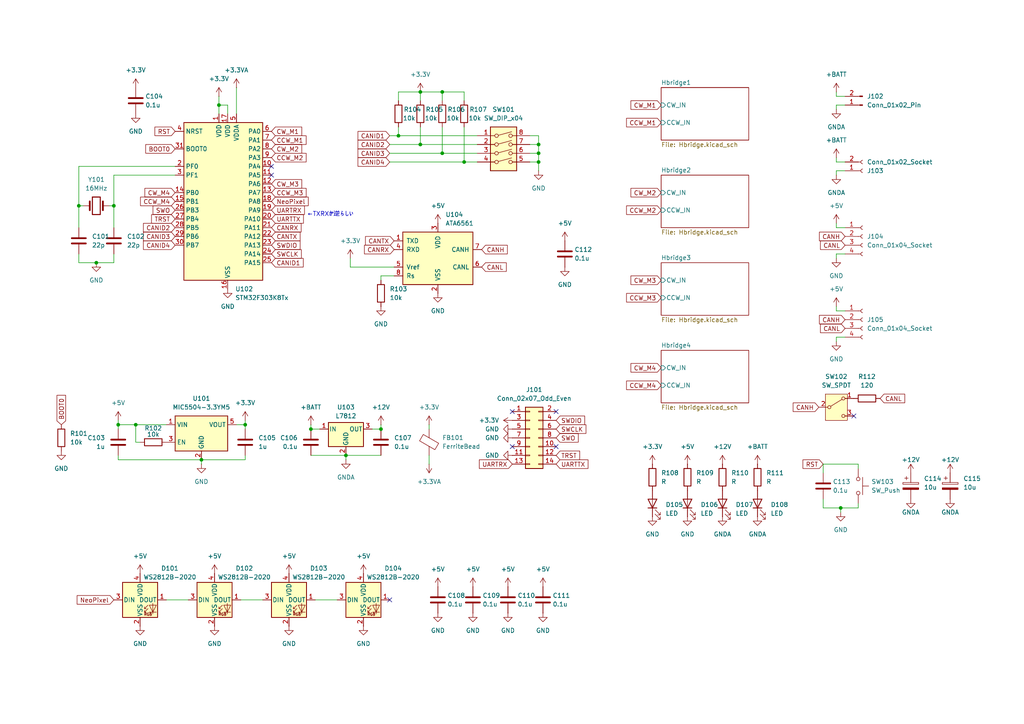
<source format=kicad_sch>
(kicad_sch (version 20231120) (generator "eeschema") (generator_version "8.0")
  (paper "A4")
  (lib_symbols
    (symbol "Connector:Conn_01x02_Pin" (pin_names (offset 1.016) hide)
      (property "Reference" "J" (at 0 2.54 0))
      (property "Value" "Conn_01x02_Pin" (at 0 -5.08 0))
      (symbol "Conn_01x02_Pin_1_1"
        (pin passive line (at 5.08 0 180) (length 3.81) (name "Pin_1") (number "1"))
        (pin passive line (at 5.08 -2.54 180) (length 3.81) (name "Pin_2") (number "2"))
      )
    )
    (symbol "Connector:Conn_01x02_Socket" (pin_names (offset 1.016) hide)
      (property "Reference" "J" (at 0 2.54 0))
      (property "Value" "Conn_01x02_Socket" (at 0 -5.08 0))
      (symbol "Conn_01x02_Socket_1_1"
        (pin passive line (at -5.08 0 0) (length 3.81) (name "Pin_1") (number "1"))
        (pin passive line (at -5.08 -2.54 0) (length 3.81) (name "Pin_2") (number "2"))
      )
    )
    (symbol "Connector:Conn_01x04_Socket" (pin_names (offset 1.016) hide)
      (property "Reference" "J" (at 0 5.08 0))
      (property "Value" "Conn_01x04_Socket" (at 0 -7.62 0))
      (symbol "Conn_01x04_Socket_1_1"
        (pin passive line (at -5.08 2.54 0) (length 3.81) (name "Pin_1") (number "1"))
        (pin passive line (at -5.08 0 0) (length 3.81) (name "Pin_2") (number "2"))
        (pin passive line (at -5.08 -2.54 0) (length 3.81) (name "Pin_3") (number "3"))
        (pin passive line (at -5.08 -5.08 0) (length 3.81) (name "Pin_4") (number "4"))
      )
    )
    (symbol "Connector_Generic:Conn_02x07_Odd_Even" (pin_names (offset 1.016) hide)
      (property "Reference" "J" (at 1.27 10.16 0))
      (property "Value" "Conn_02x07_Odd_Even" (at 1.27 -10.16 0))
      (symbol "Conn_02x07_Odd_Even_1_1"
        (pin passive line (at -5.08 7.62 0) (length 3.81) (name "Pin_1") (number "1"))
        (pin passive line (at 7.62 -2.54 180) (length 3.81) (name "Pin_10") (number "10"))
        (pin passive line (at -5.08 -5.08 0) (length 3.81) (name "Pin_11") (number "11"))
        (pin passive line (at 7.62 -5.08 180) (length 3.81) (name "Pin_12") (number "12"))
        (pin passive line (at -5.08 -7.62 0) (length 3.81) (name "Pin_13") (number "13"))
        (pin passive line (at 7.62 -7.62 180) (length 3.81) (name "Pin_14") (number "14"))
        (pin passive line (at 7.62 7.62 180) (length 3.81) (name "Pin_2") (number "2"))
        (pin passive line (at -5.08 5.08 0) (length 3.81) (name "Pin_3") (number "3"))
        (pin passive line (at 7.62 5.08 180) (length 3.81) (name "Pin_4") (number "4"))
        (pin passive line (at -5.08 2.54 0) (length 3.81) (name "Pin_5") (number "5"))
        (pin passive line (at 7.62 2.54 180) (length 3.81) (name "Pin_6") (number "6"))
        (pin passive line (at -5.08 0 0) (length 3.81) (name "Pin_7") (number "7"))
        (pin passive line (at 7.62 0 180) (length 3.81) (name "Pin_8") (number "8"))
        (pin passive line (at -5.08 -2.54 0) (length 3.81) (name "Pin_9") (number "9"))
      )
    )
    (symbol "Device:C" (pin_numbers hide) (pin_names (offset 0.254))
      (property "Reference" "C" (at 0.635 2.54 0))
      (property "Value" "C" (at 0.635 -2.54 0))
      (symbol "C_1_1"
        (pin passive line (at 0 3.81 270) (length 2.794) (name "~") (number "1"))
        (pin passive line (at 0 -3.81 90) (length 2.794) (name "~") (number "2"))
      )
    )
    (symbol "Device:C_Polarized" (pin_numbers hide) (pin_names (offset 0.254))
      (property "Reference" "C" (at 0.635 2.54 0))
      (property "Value" "C_Polarized" (at 0.635 -2.54 0))
      (symbol "C_Polarized_1_1"
        (pin passive line (at 0 3.81 270) (length 2.794) (name "~") (number "1"))
        (pin passive line (at 0 -3.81 90) (length 2.794) (name "~") (number "2"))
      )
    )
    (symbol "Device:Crystal" (pin_numbers hide) (pin_names (offset 1.016) hide)
      (property "Reference" "Y" (at 0 3.81 0))
      (property "Value" "Crystal" (at 0 -3.81 0))
      (symbol "Crystal_1_1"
        (pin passive line (at -3.81 0 0) (length 1.27) (name "1") (number "1"))
        (pin passive line (at 3.81 0 180) (length 1.27) (name "2") (number "2"))
      )
    )
    (symbol "Device:FerriteBead" (pin_numbers hide) (pin_names (offset 0))
      (property "Reference" "FB" (at -3.81 0.635 90))
      (property "Value" "FerriteBead" (at 3.81 0 90))
      (symbol "FerriteBead_1_1"
        (pin passive line (at 0 3.81 270) (length 2.54) (name "~") (number "1"))
        (pin passive line (at 0 -3.81 90) (length 2.54) (name "~") (number "2"))
      )
    )
    (symbol "Device:LED" (pin_numbers hide) (pin_names (offset 1.016) hide)
      (property "Reference" "D" (at 0 2.54 0))
      (property "Value" "LED" (at 0 -2.54 0))
      (symbol "LED_1_1"
        (pin passive line (at -3.81 0 0) (length 2.54) (name "K") (number "1"))
        (pin passive line (at 3.81 0 180) (length 2.54) (name "A") (number "2"))
      )
    )
    (symbol "Device:R" (pin_numbers hide) (pin_names (offset 0))
      (property "Reference" "R" (at 2.032 0 90))
      (property "Value" "R" (at 0 0 90))
      (symbol "R_1_1"
        (pin passive line (at 0 3.81 270) (length 1.27) (name "~") (number "1"))
        (pin passive line (at 0 -3.81 90) (length 1.27) (name "~") (number "2"))
      )
    )
    (symbol "Interface_CAN_LIN:MCP2551-I-SN" (pin_names (offset 1.016))
      (property "Reference" "U" (at -10.16 8.89 0))
      (property "Value" "MCP2551-I-SN" (at 2.54 8.89 0))
      (symbol "MCP2551-I-SN_1_1"
        (pin input line (at -12.7 5.08 0) (length 2.54) (name "TXD") (number "1"))
        (pin power_in line (at 0 -10.16 90) (length 2.54) (name "VSS") (number "2"))
        (pin power_in line (at 0 10.16 270) (length 2.54) (name "VDD") (number "3"))
        (pin output line (at -12.7 2.54 0) (length 2.54) (name "RXD") (number "4"))
        (pin power_out line (at -12.7 -2.54 0) (length 2.54) (name "Vref") (number "5"))
        (pin bidirectional line (at 12.7 -2.54 180) (length 2.54) (name "CANL") (number "6"))
        (pin bidirectional line (at 12.7 2.54 180) (length 2.54) (name "CANH") (number "7"))
        (pin input line (at -12.7 -5.08 0) (length 2.54) (name "Rs") (number "8"))
      )
    )
    (symbol "LED:WS2812B-2020" (pin_names (offset 0.254))
      (property "Reference" "D" (at 5.08 5.715 0))
      (property "Value" "WS2812B-2020" (at 1.27 -5.715 0))
      (symbol "WS2812B-2020_0_0"
        (text "RGB" (at 2.286 -4.191 0) (effects (font (size 0.762 0.762))))
      )
      (symbol "WS2812B-2020_1_1"
        (pin output line (at 7.62 0 180) (length 2.54) (name "DOUT") (number "1"))
        (pin power_in line (at 0 -7.62 90) (length 2.54) (name "VSS") (number "2"))
        (pin input line (at -7.62 0 0) (length 2.54) (name "DIN") (number "3"))
        (pin power_in line (at 0 7.62 270) (length 2.54) (name "VDD") (number "4"))
      )
    )
    (symbol "MCU_ST_STM32F3:STM32F303K8Tx"
      (property "Reference" "U" (at -10.16 24.13 0))
      (property "Value" "STM32F303K8Tx" (at 7.62 24.13 0))
      (symbol "STM32F303K8Tx_1_1"
        (pin power_in line (at 0 25.4 270) (length 2.54) (name "VDD") (number "1"))
        (pin bidirectional line (at 15.24 10.16 180) (length 2.54) (name "PA4") (number "10"))
        (pin bidirectional line (at 15.24 7.62 180) (length 2.54) (name "PA5") (number "11"))
        (pin bidirectional line (at 15.24 5.08 180) (length 2.54) (name "PA6") (number "12"))
        (pin bidirectional line (at 15.24 2.54 180) (length 2.54) (name "PA7") (number "13"))
        (pin bidirectional line (at -12.7 2.54 0) (length 2.54) (name "PB0") (number "14"))
        (pin bidirectional line (at -12.7 0 0) (length 2.54) (name "PB1") (number "15"))
        (pin power_in line (at 2.54 -25.4 90) (length 2.54) (name "VSS") (number "16"))
        (pin power_in line (at 2.54 25.4 270) (length 2.54) (name "VDD") (number "17"))
        (pin bidirectional line (at 15.24 0 180) (length 2.54) (name "PA8") (number "18"))
        (pin bidirectional line (at 15.24 -2.54 180) (length 2.54) (name "PA9") (number "19"))
        (pin bidirectional line (at -12.7 10.16 0) (length 2.54) (name "PF0") (number "2"))
        (pin bidirectional line (at 15.24 -5.08 180) (length 2.54) (name "PA10") (number "20"))
        (pin bidirectional line (at 15.24 -7.62 180) (length 2.54) (name "PA11") (number "21"))
        (pin bidirectional line (at 15.24 -10.16 180) (length 2.54) (name "PA12") (number "22"))
        (pin bidirectional line (at 15.24 -12.7 180) (length 2.54) (name "PA13") (number "23"))
        (pin bidirectional line (at 15.24 -15.24 180) (length 2.54) (name "PA14") (number "24"))
        (pin bidirectional line (at 15.24 -17.78 180) (length 2.54) (name "PA15") (number "25"))
        (pin bidirectional line (at -12.7 -2.54 0) (length 2.54) (name "PB3") (number "26"))
        (pin bidirectional line (at -12.7 -5.08 0) (length 2.54) (name "PB4") (number "27"))
        (pin bidirectional line (at -12.7 -7.62 0) (length 2.54) (name "PB5") (number "28"))
        (pin bidirectional line (at -12.7 -10.16 0) (length 2.54) (name "PB6") (number "29"))
        (pin bidirectional line (at -12.7 7.62 0) (length 2.54) (name "PF1") (number "3"))
        (pin bidirectional line (at -12.7 -12.7 0) (length 2.54) (name "PB7") (number "30"))
        (pin input line (at -12.7 15.24 0) (length 2.54) (name "BOOT0") (number "31"))
        (pin passive line (at 2.54 -25.4 90) (length 2.54) hide (name "VSS") (number "32"))
        (pin input line (at -12.7 20.32 0) (length 2.54) (name "NRST") (number "4"))
        (pin power_in line (at 5.08 25.4 270) (length 2.54) (name "VDDA") (number "5"))
        (pin bidirectional line (at 15.24 20.32 180) (length 2.54) (name "PA0") (number "6"))
        (pin bidirectional line (at 15.24 17.78 180) (length 2.54) (name "PA1") (number "7"))
        (pin bidirectional line (at 15.24 15.24 180) (length 2.54) (name "PA2") (number "8"))
        (pin bidirectional line (at 15.24 12.7 180) (length 2.54) (name "PA3") (number "9"))
      )
    )
    (symbol "Regulator_Linear:L7812" (pin_names (offset 0.254))
      (property "Reference" "U" (at -3.81 3.175 0))
      (property "Value" "L7812" (at 0 3.175 0))
      (symbol "L7812_1_1"
        (pin power_in line (at -7.62 0 0) (length 2.54) (name "IN") (number "1"))
        (pin power_in line (at 0 -7.62 90) (length 2.54) (name "GND") (number "2"))
        (pin power_out line (at 7.62 0 180) (length 2.54) (name "OUT") (number "3"))
      )
    )
    (symbol "Regulator_Linear:MIC5504-3.3YM5"
      (property "Reference" "U" (at -7.62 8.89 0))
      (property "Value" "MIC5504-3.3YM5" (at -7.62 6.35 0))
      (symbol "MIC5504-3.3YM5_1_1"
        (pin power_in line (at -10.16 2.54 0) (length 2.54) (name "VIN") (number "1"))
        (pin power_in line (at 0 -7.62 90) (length 2.54) (name "GND") (number "2"))
        (pin input line (at -10.16 -2.54 0) (length 2.54) (name "EN") (number "3"))
        (pin no_connect line (at 7.62 -2.54 180) (length 2.54) hide (name "NC") (number "4"))
        (pin power_out line (at 10.16 2.54 180) (length 2.54) (name "VOUT") (number "5"))
      )
    )
    (symbol "Switch:SW_DIP_x04" (pin_names (offset 0) hide)
      (property "Reference" "SW" (at 0 8.89 0))
      (property "Value" "SW_DIP_x04" (at 0 -6.35 0))
      (symbol "SW_DIP_x04_1_1"
        (pin passive line (at -7.62 5.08 0) (length 5.08) (name "~") (number "1"))
        (pin passive line (at -7.62 2.54 0) (length 5.08) (name "~") (number "2"))
        (pin passive line (at -7.62 0 0) (length 5.08) (name "~") (number "3"))
        (pin passive line (at -7.62 -2.54 0) (length 5.08) (name "~") (number "4"))
        (pin passive line (at 7.62 -2.54 180) (length 5.08) (name "~") (number "5"))
        (pin passive line (at 7.62 0 180) (length 5.08) (name "~") (number "6"))
        (pin passive line (at 7.62 2.54 180) (length 5.08) (name "~") (number "7"))
        (pin passive line (at 7.62 5.08 180) (length 5.08) (name "~") (number "8"))
      )
    )
    (symbol "Switch:SW_Push" (pin_numbers hide) (pin_names (offset 1.016) hide)
      (property "Reference" "SW" (at 1.27 2.54 0))
      (property "Value" "SW_Push" (at 0 -1.524 0))
      (symbol "SW_Push_0_1"
        (pin passive line (at -5.08 0 0) (length 2.54) (name "1") (number "1"))
        (pin passive line (at 5.08 0 180) (length 2.54) (name "2") (number "2"))
      )
    )
    (symbol "Switch:SW_SPDT" (pin_names (offset 0) hide)
      (property "Reference" "SW" (at 0 5.08 0))
      (property "Value" "SW_SPDT" (at 0 -5.08 0))
      (symbol "SW_SPDT_1_1"
        (pin passive line (at 5.08 2.54 180) (length 2.54) (name "A") (number "1"))
        (pin passive line (at -5.08 0 0) (length 2.54) (name "B") (number "2"))
        (pin passive line (at 5.08 -2.54 180) (length 2.54) (name "C") (number "3"))
      )
    )
    (symbol "power:+12V" (power) (pin_numbers hide) (pin_names (offset 0) hide)
      (property "Value" "+12V" (at 0 3.556 0))
      (symbol "+12V_1_1"
        (pin power_in line (at 0 0 90) (length 0) (name "~") (number "1"))
      )
    )
    (symbol "power:+3.3V" (power) (pin_numbers hide) (pin_names (offset 0) hide)
      (property "Value" "+3.3V" (at 0 3.556 0))
      (symbol "+3.3V_1_1"
        (pin power_in line (at 0 0 90) (length 0) (name "~") (number "1"))
      )
    )
    (symbol "power:+3.3VA" (power) (pin_numbers hide) (pin_names (offset 0) hide)
      (property "Value" "+3.3VA" (at 0 3.556 0))
      (symbol "+3.3VA_1_1"
        (pin power_in line (at 0 0 90) (length 0) (name "~") (number "1"))
      )
    )
    (symbol "power:+5V" (power) (pin_numbers hide) (pin_names (offset 0) hide)
      (property "Value" "+5V" (at 0 3.556 0))
      (symbol "+5V_1_1"
        (pin power_in line (at 0 0 90) (length 0) (name "~") (number "1"))
      )
    )
    (symbol "power:+BATT" (power) (pin_numbers hide) (pin_names (offset 0) hide)
      (property "Value" "+BATT" (at 0 3.556 0))
      (symbol "+BATT_1_1"
        (pin power_in line (at 0 0 90) (length 0) (name "~") (number "1"))
      )
    )
    (symbol "power:GND" (power) (pin_numbers hide) (pin_names (offset 0) hide)
      (property "Value" "GND" (at 0 -3.81 0))
      (symbol "GND_1_1"
        (pin power_in line (at 0 0 270) (length 0) (name "~") (number "1"))
      )
    )
    (symbol "power:GNDA" (power) (pin_numbers hide) (pin_names (offset 0) hide)
      (property "Value" "GNDA" (at 0 -3.81 0))
      (symbol "GNDA_1_1"
        (pin power_in line (at 0 0 270) (length 0) (name "~") (number "1"))
      )
    )
  )
  (junction (at 90.17 124.46))
  (junction (at 156.21 44.45))
  (junction (at 63.5 30.48))
  (junction (at 156.21 41.91))
  (junction (at 34.29 123.19))
  (junction (at 33.02 59.69))
  (junction (at 115.57 39.37))
  (junction (at 110.49 124.46))
  (junction (at 100.33 132.08))
  (junction (at 39.37 123.19))
  (junction (at 121.92 41.91))
  (junction (at 121.92 26.67))
  (junction (at 134.62 46.99))
  (junction (at 58.42 133.35))
  (junction (at 128.27 44.45))
  (junction (at 27.94 76.2))
  (junction (at 22.86 59.69))
  (junction (at 128.27 26.67))
  (junction (at 243.84 147.32))
  (junction (at 71.12 123.19))
  (junction (at 156.21 46.99))
  (no_connect (at 161.29 119.38))
  (no_connect (at 247.65 120.65))
  (no_connect (at 113.03 173.99))
  (no_connect (at 78.74 48.26))
  (no_connect (at 161.29 129.54))
  (no_connect (at 148.59 119.38))
  (no_connect (at 148.59 129.54))
  (no_connect (at 78.74 50.8))
  (wire (pts (xy 113.03 39.37) (xy 115.57 39.37)))
  (wire (pts (xy 71.12 133.35) (xy 58.42 133.35)))
  (wire (pts (xy 34.29 121.92) (xy 34.29 123.19)))
  (wire (pts (xy 242.57 45.72) (xy 242.57 46.99)))
  (wire (pts (xy 110.49 80.01) (xy 114.3 80.01)))
  (wire (pts (xy 243.84 147.32) (xy 238.76 147.32)))
  (wire (pts (xy 153.67 41.91) (xy 156.21 41.91)))
  (wire (pts (xy 71.12 124.46) (xy 71.12 123.19)))
  (wire (pts (xy 121.92 26.67) (xy 128.27 26.67)))
  (wire (pts (xy 22.86 59.69) (xy 22.86 66.04)))
  (wire (pts (xy 34.29 132.08) (xy 34.29 133.35)))
  (wire (pts (xy 134.62 46.99) (xy 138.43 46.99)))
  (wire (pts (xy 121.92 26.67) (xy 121.92 29.21)))
  (wire (pts (xy 242.57 46.99) (xy 245.11 46.99)))
  (wire (pts (xy 63.5 27.94) (xy 63.5 30.48)))
  (wire (pts (xy 248.92 135.89) (xy 248.92 134.62)))
  (wire (pts (xy 39.37 128.27) (xy 39.37 123.19)))
  (wire (pts (xy 101.6 74.93) (xy 101.6 77.47)))
  (wire (pts (xy 113.03 44.45) (xy 128.27 44.45)))
  (wire (pts (xy 113.03 46.99) (xy 134.62 46.99)))
  (wire (pts (xy 113.03 41.91) (xy 121.92 41.91)))
  (wire (pts (xy 48.26 173.99) (xy 54.61 173.99)))
  (wire (pts (xy 134.62 26.67) (xy 134.62 29.21)))
  (wire (pts (xy 33.02 59.69) (xy 33.02 66.04)))
  (wire (pts (xy 156.21 44.45) (xy 156.21 46.99)))
  (wire (pts (xy 128.27 36.83) (xy 128.27 44.45)))
  (wire (pts (xy 124.46 132.08) (xy 124.46 134.62)))
  (wire (pts (xy 128.27 26.67) (xy 128.27 29.21)))
  (wire (pts (xy 121.92 41.91) (xy 138.43 41.91)))
  (wire (pts (xy 242.57 50.8) (xy 242.57 49.53)))
  (wire (pts (xy 22.86 73.66) (xy 22.86 76.2)))
  (wire (pts (xy 107.95 124.46) (xy 110.49 124.46)))
  (wire (pts (xy 27.94 76.2) (xy 33.02 76.2)))
  (wire (pts (xy 39.37 123.19) (xy 48.26 123.19)))
  (wire (pts (xy 115.57 36.83) (xy 115.57 39.37)))
  (wire (pts (xy 242.57 30.48) (xy 242.57 31.75)))
  (wire (pts (xy 153.67 44.45) (xy 156.21 44.45)))
  (wire (pts (xy 100.33 133.35) (xy 100.33 132.08)))
  (wire (pts (xy 40.64 128.27) (xy 39.37 128.27)))
  (wire (pts (xy 50.8 50.8) (xy 33.02 50.8)))
  (wire (pts (xy 34.29 123.19) (xy 39.37 123.19)))
  (wire (pts (xy 115.57 39.37) (xy 138.43 39.37)))
  (wire (pts (xy 71.12 121.92) (xy 71.12 123.19)))
  (wire (pts (xy 242.57 27.94) (xy 245.11 27.94)))
  (wire (pts (xy 242.57 90.17) (xy 242.57 88.9)))
  (wire (pts (xy 242.57 49.53) (xy 245.11 49.53)))
  (wire (pts (xy 115.57 26.67) (xy 121.92 26.67)))
  (wire (pts (xy 33.02 76.2) (xy 33.02 73.66)))
  (wire (pts (xy 156.21 41.91) (xy 156.21 44.45)))
  (wire (pts (xy 128.27 44.45) (xy 138.43 44.45)))
  (wire (pts (xy 68.58 25.4) (xy 68.58 33.02)))
  (wire (pts (xy 115.57 29.21) (xy 115.57 26.67)))
  (wire (pts (xy 134.62 36.83) (xy 134.62 46.99)))
  (wire (pts (xy 238.76 147.32) (xy 238.76 144.78)))
  (wire (pts (xy 100.33 132.08) (xy 110.49 132.08)))
  (wire (pts (xy 156.21 46.99) (xy 156.21 49.53)))
  (wire (pts (xy 24.13 59.69) (xy 22.86 59.69)))
  (wire (pts (xy 242.57 97.79) (xy 242.57 99.06)))
  (wire (pts (xy 91.44 173.99) (xy 97.79 173.99)))
  (wire (pts (xy 242.57 26.67) (xy 242.57 27.94)))
  (wire (pts (xy 110.49 81.28) (xy 110.49 80.01)))
  (wire (pts (xy 238.76 134.62) (xy 238.76 137.16)))
  (wire (pts (xy 110.49 124.46) (xy 110.49 123.19)))
  (wire (pts (xy 242.57 73.66) (xy 242.57 74.93)))
  (wire (pts (xy 66.04 30.48) (xy 63.5 30.48)))
  (wire (pts (xy 124.46 123.19) (xy 124.46 124.46)))
  (wire (pts (xy 58.42 134.62) (xy 58.42 133.35)))
  (wire (pts (xy 153.67 46.99) (xy 156.21 46.99)))
  (wire (pts (xy 34.29 124.46) (xy 34.29 123.19)))
  (wire (pts (xy 31.75 59.69) (xy 33.02 59.69)))
  (wire (pts (xy 248.92 147.32) (xy 243.84 147.32)))
  (wire (pts (xy 245.11 66.04) (xy 242.57 66.04)))
  (wire (pts (xy 71.12 132.08) (xy 71.12 133.35)))
  (wire (pts (xy 90.17 123.19) (xy 90.17 124.46)))
  (wire (pts (xy 248.92 146.05) (xy 248.92 147.32)))
  (wire (pts (xy 156.21 39.37) (xy 156.21 41.91)))
  (wire (pts (xy 90.17 132.08) (xy 100.33 132.08)))
  (wire (pts (xy 34.29 133.35) (xy 58.42 133.35)))
  (wire (pts (xy 69.85 173.99) (xy 76.2 173.99)))
  (wire (pts (xy 153.67 39.37) (xy 156.21 39.37)))
  (wire (pts (xy 50.8 48.26) (xy 22.86 48.26)))
  (wire (pts (xy 243.84 147.32) (xy 243.84 148.59)))
  (wire (pts (xy 242.57 66.04) (xy 242.57 64.77)))
  (wire (pts (xy 121.92 36.83) (xy 121.92 41.91)))
  (wire (pts (xy 128.27 26.67) (xy 134.62 26.67)))
  (wire (pts (xy 101.6 77.47) (xy 114.3 77.47)))
  (wire (pts (xy 90.17 124.46) (xy 92.71 124.46)))
  (wire (pts (xy 63.5 30.48) (xy 63.5 33.02)))
  (wire (pts (xy 245.11 73.66) (xy 242.57 73.66)))
  (wire (pts (xy 22.86 76.2) (xy 27.94 76.2)))
  (wire (pts (xy 33.02 50.8) (xy 33.02 59.69)))
  (wire (pts (xy 248.92 134.62) (xy 238.76 134.62)))
  (wire (pts (xy 22.86 48.26) (xy 22.86 59.69)))
  (wire (pts (xy 245.11 97.79) (xy 242.57 97.79)))
  (wire (pts (xy 245.11 90.17) (xy 242.57 90.17)))
  (wire (pts (xy 71.12 123.19) (xy 68.58 123.19)))
  (wire (pts (xy 245.11 30.48) (xy 242.57 30.48)))
  (wire (pts (xy 66.04 33.02) (xy 66.04 30.48)))
  (text "←TXRXが逆らしい" (at 95.885 62.23 0) (effects (font (size 1.27 1.27))))
  (global_label "CANTX" (shape input) (at 114.3 69.85 180) (property "Intersheetrefs" "${INTERSHEET_REFS}" (effects (hide yes))))
  (global_label "CCW_M3" (shape input) (at 191.77 86.36 180) (property "Intersheetrefs" "${INTERSHEET_REFS}" (effects (hide yes))))
  (global_label "RST" (shape input) (at 238.76 134.62 180) (property "Intersheetrefs" "${INTERSHEET_REFS}" (effects (hide yes))))
  (global_label "CCW_M3" (shape input) (at 78.74 55.88 0) (property "Intersheetrefs" "${INTERSHEET_REFS}" (effects (hide yes))))
  (global_label "CANID4" (shape input) (at 50.8 71.12 180) (property "Intersheetrefs" "${INTERSHEET_REFS}" (effects (hide yes))))
  (global_label "BOOT0" (shape input) (at 50.8 43.18 180) (property "Intersheetrefs" "${INTERSHEET_REFS}" (effects (hide yes))))
  (global_label "CANID1" (shape input) (at 78.74 76.2 0) (property "Intersheetrefs" "${INTERSHEET_REFS}" (effects (hide yes))))
  (global_label "CW_M1" (shape input) (at 78.74 38.1 0) (property "Intersheetrefs" "${INTERSHEET_REFS}" (effects (hide yes))))
  (global_label "CANL" (shape input) (at 245.11 95.25 180) (property "Intersheetrefs" "${INTERSHEET_REFS}" (effects (hide yes))))
  (global_label "CW_M4" (shape input) (at 50.8 55.88 180) (property "Intersheetrefs" "${INTERSHEET_REFS}" (effects (hide yes))))
  (global_label "RST" (shape input) (at 50.8 38.1 180) (property "Intersheetrefs" "${INTERSHEET_REFS}" (effects (hide yes))))
  (global_label "CANL" (shape input) (at 245.11 71.12 180) (property "Intersheetrefs" "${INTERSHEET_REFS}" (effects (hide yes))))
  (global_label "TRST" (shape input) (at 50.8 63.5 180) (property "Intersheetrefs" "${INTERSHEET_REFS}" (effects (hide yes))))
  (global_label "CANID4" (shape input) (at 113.03 46.99 180) (property "Intersheetrefs" "${INTERSHEET_REFS}" (effects (hide yes))))
  (global_label "SWDIO" (shape input) (at 161.29 121.92 0) (property "Intersheetrefs" "${INTERSHEET_REFS}" (effects (hide yes))))
  (global_label "CCW_M1" (shape input) (at 78.74 40.64 0) (property "Intersheetrefs" "${INTERSHEET_REFS}" (effects (hide yes))))
  (global_label "CANH" (shape input) (at 245.11 92.71 180) (property "Intersheetrefs" "${INTERSHEET_REFS}" (effects (hide yes))))
  (global_label "CW_M1" (shape input) (at 191.77 30.48 180) (property "Intersheetrefs" "${INTERSHEET_REFS}" (effects (hide yes))))
  (global_label "NeoPixel" (shape input) (at 78.74 58.42 0) (property "Intersheetrefs" "${INTERSHEET_REFS}" (effects (hide yes))))
  (global_label "UARTRX" (shape input) (at 78.74 60.96 0) (property "Intersheetrefs" "${INTERSHEET_REFS}" (effects (hide yes))))
  (global_label "CCW_M4" (shape input) (at 191.77 111.76 180) (property "Intersheetrefs" "${INTERSHEET_REFS}" (effects (hide yes))))
  (global_label "CANL" (shape input) (at 255.27 115.57 0) (property "Intersheetrefs" "${INTERSHEET_REFS}" (effects (hide yes))))
  (global_label "CANL" (shape input) (at 139.7 77.47 0) (property "Intersheetrefs" "${INTERSHEET_REFS}" (effects (hide yes))))
  (global_label "SWCLK" (shape input) (at 161.29 124.46 0) (property "Intersheetrefs" "${INTERSHEET_REFS}" (effects (hide yes))))
  (global_label "CANID1" (shape input) (at 113.03 39.37 180) (property "Intersheetrefs" "${INTERSHEET_REFS}" (effects (hide yes))))
  (global_label "NeoPixel" (shape input) (at 33.02 173.99 180) (property "Intersheetrefs" "${INTERSHEET_REFS}" (effects (hide yes))))
  (global_label "CANID3" (shape input) (at 113.03 44.45 180) (property "Intersheetrefs" "${INTERSHEET_REFS}" (effects (hide yes))))
  (global_label "CW_M3" (shape input) (at 191.77 81.28 180) (property "Intersheetrefs" "${INTERSHEET_REFS}" (effects (hide yes))))
  (global_label "SWO" (shape input) (at 161.29 127 0) (property "Intersheetrefs" "${INTERSHEET_REFS}" (effects (hide yes))))
  (global_label "CCW_M4" (shape input) (at 50.8 58.42 180) (property "Intersheetrefs" "${INTERSHEET_REFS}" (effects (hide yes))))
  (global_label "TRST" (shape input) (at 161.29 132.08 0) (property "Intersheetrefs" "${INTERSHEET_REFS}" (effects (hide yes))))
  (global_label "CW_M3" (shape input) (at 78.74 53.34 0) (property "Intersheetrefs" "${INTERSHEET_REFS}" (effects (hide yes))))
  (global_label "CANID2" (shape input) (at 113.03 41.91 180) (property "Intersheetrefs" "${INTERSHEET_REFS}" (effects (hide yes))))
  (global_label "CANRX" (shape input) (at 114.3 72.39 180) (property "Intersheetrefs" "${INTERSHEET_REFS}" (effects (hide yes))))
  (global_label "CANH" (shape input) (at 139.7 72.39 0) (property "Intersheetrefs" "${INTERSHEET_REFS}" (effects (hide yes))))
  (global_label "CANID3" (shape input) (at 50.8 68.58 180) (property "Intersheetrefs" "${INTERSHEET_REFS}" (effects (hide yes))))
  (global_label "SWO" (shape input) (at 50.8 60.96 180) (property "Intersheetrefs" "${INTERSHEET_REFS}" (effects (hide yes))))
  (global_label "CCW_M1" (shape input) (at 191.77 35.56 180) (property "Intersheetrefs" "${INTERSHEET_REFS}" (effects (hide yes))))
  (global_label "CCW_M2" (shape input) (at 191.77 60.96 180) (property "Intersheetrefs" "${INTERSHEET_REFS}" (effects (hide yes))))
  (global_label "UARTTX" (shape input) (at 161.29 134.62 0) (property "Intersheetrefs" "${INTERSHEET_REFS}" (effects (hide yes))))
  (global_label "CW_M2" (shape input) (at 191.77 55.88 180) (property "Intersheetrefs" "${INTERSHEET_REFS}" (effects (hide yes))))
  (global_label "CANTX" (shape input) (at 78.74 68.58 0) (property "Intersheetrefs" "${INTERSHEET_REFS}" (effects (hide yes))))
  (global_label "UARTTX" (shape input) (at 78.74 63.5 0) (property "Intersheetrefs" "${INTERSHEET_REFS}" (effects (hide yes))))
  (global_label "CW_M4" (shape input) (at 191.77 106.68 180) (property "Intersheetrefs" "${INTERSHEET_REFS}" (effects (hide yes))))
  (global_label "CCW_M2" (shape input) (at 78.74 45.72 0) (property "Intersheetrefs" "${INTERSHEET_REFS}" (effects (hide yes))))
  (global_label "CW_M2" (shape input) (at 78.74 43.18 0) (property "Intersheetrefs" "${INTERSHEET_REFS}" (effects (hide yes))))
  (global_label "CANH" (shape input) (at 237.49 118.11 180) (property "Intersheetrefs" "${INTERSHEET_REFS}" (effects (hide yes))))
  (global_label "CANRX" (shape input) (at 78.74 66.04 0) (property "Intersheetrefs" "${INTERSHEET_REFS}" (effects (hide yes))))
  (global_label "CANID2" (shape input) (at 50.8 66.04 180) (property "Intersheetrefs" "${INTERSHEET_REFS}" (effects (hide yes))))
  (global_label "SWCLK" (shape input) (at 78.74 73.66 0) (property "Intersheetrefs" "${INTERSHEET_REFS}" (effects (hide yes))))
  (global_label "CANH" (shape input) (at 245.11 68.58 180) (property "Intersheetrefs" "${INTERSHEET_REFS}" (effects (hide yes))))
  (global_label "BOOT0" (shape input) (at 17.78 123.19 90) (property "Intersheetrefs" "${INTERSHEET_REFS}" (effects (hide yes))))
  (global_label "SWDIO" (shape input) (at 78.74 71.12 0) (property "Intersheetrefs" "${INTERSHEET_REFS}" (effects (hide yes))))
  (global_label "UARTRX" (shape input) (at 148.59 134.62 180) (property "Intersheetrefs" "${INTERSHEET_REFS}" (effects (hide yes))))
  (symbol (lib_id "Device:R") (at 115.57 33.02 0) (unit 1)
    (property "Reference" "R104" (at 117.094 31.75 0) (effects (justify left)))
    (property "Value" "10k" (at 116.84 34.29 0) (effects (justify left)))
    (property "Footprint" "Resistor_SMD:R_0603_1608Metric" (effects (hide yes)))
    (property "Description" "Resistor" (effects (hide yes)))
  )
  (symbol (lib_id "Connector:Conn_01x04_Socket") (at 250.19 68.58 0) (unit 1)
    (property "Reference" "J104" (at 251.46 68.5799 0) (effects (justify left)))
    (property "Value" "Conn_01x04_Socket" (at 251.46 71.1199 0) (effects (justify left)))
    (property "Footprint" "Connector_JST:JST_XA_S04B-XASK-1_1x04_P2.50mm_Horizontal" (effects (hide yes)))
    (property "Description" "Generic connector, single row, 01x04, script generated" (effects (hide yes)))
  )
  (symbol (lib_id "Device:C") (at 39.37 29.21 0) (unit 1)
    (property "Reference" "C104" (at 42.164 27.94 0) (effects (justify left)))
    (property "Value" "0.1u" (at 42.164 30.48 0) (effects (justify left)))
    (property "Footprint" "Capacitor_SMD:C_0603_1608Metric" (effects (hide yes)))
    (property "Description" "Unpolarized capacitor" (effects (hide yes)))
  )
  (symbol (lib_id "Device:C") (at 147.32 173.99 0) (unit 1)
    (property "Reference" "C110" (at 150.114 172.72 0) (effects (justify left)))
    (property "Value" "0.1u" (at 150.114 175.26 0) (effects (justify left)))
    (property "Footprint" "Capacitor_SMD:C_0603_1608Metric" (effects (hide yes)))
    (property "Description" "Unpolarized capacitor" (effects (hide yes)))
  )
  (symbol (lib_id "Connector:Conn_01x04_Socket") (at 250.19 92.71 0) (unit 1)
    (property "Reference" "J105" (at 251.46 92.7099 0) (effects (justify left)))
    (property "Value" "Conn_01x04_Socket" (at 251.46 95.2499 0) (effects (justify left)))
    (property "Footprint" "Connector_JST:JST_XA_S04B-XASK-1_1x04_P2.50mm_Horizontal" (effects (hide yes)))
    (property "Description" "Generic connector, single row, 01x04, script generated" (effects (hide yes)))
  )
  (symbol (lib_id "power:+3.3V") (at 71.12 121.92 0) (unit 1)
    (property "Reference" "#PWR0114" (effects (hide yes)))
    (property "Value" "+3.3V" (at 71.12 116.84 0))
    (property "Description" "Power symbol creates a global label with name \"+3.3V\"" (effects (hide yes)))
  )
  (symbol (lib_id "power:+5V") (at 157.48 170.18 0) (unit 1)
    (property "Reference" "#PWR0140" (effects (hide yes)))
    (property "Value" "+5V" (at 157.48 165.1 0))
    (property "Description" "Power symbol creates a global label with name \"+5V\"" (effects (hide yes)))
  )
  (symbol (lib_id "power:+5V") (at 242.57 64.77 0) (unit 1)
    (property "Reference" "#PWR0156" (effects (hide yes)))
    (property "Value" "+5V" (at 242.57 59.69 0))
    (property "Description" "Power symbol creates a global label with name \"+5V\"" (effects (hide yes)))
  )
  (symbol (lib_id "power:GNDA") (at 275.59 144.78 0) (unit 1)
    (property "Reference" "#PWR0164" (effects (hide yes)))
    (property "Value" "GNDA" (at 275.59 148.59 0))
    (property "Description" "Power symbol creates a global label with name \"GNDA\" , analog ground" (effects (hide yes)))
  )
  (symbol (lib_id "power:GND") (at 127 177.8 0) (unit 1)
    (property "Reference" "#PWR0130" (effects (hide yes)))
    (property "Value" "GND" (at 127 182.88 0))
    (property "Description" "Power symbol creates a global label with name \"GND\" , ground" (effects (hide yes)))
  )
  (symbol (lib_id "power:+12V") (at 209.55 134.62 0) (unit 1)
    (property "Reference" "#PWR0148" (effects (hide yes)))
    (property "Value" "+12V" (at 209.55 129.54 0))
    (property "Description" "Power symbol creates a global label with name \"+12V\"" (effects (hide yes)))
  )
  (symbol (lib_id "power:GND") (at 127 85.09 0) (unit 1)
    (property "Reference" "#PWR0128" (effects (hide yes)))
    (property "Value" "GND" (at 127 90.17 0))
    (property "Description" "Power symbol creates a global label with name \"GND\" , ground" (effects (hide yes)))
  )
  (symbol (lib_id "Device:Crystal") (at 27.94 59.69 180) (unit 1)
    (property "Reference" "Y101" (at 27.94 52.07 0))
    (property "Value" "16MHz" (at 27.94 54.61 0))
    (property "Footprint" "Crystal:Crystal_SMD_HC49-SD" (effects (hide yes)))
    (property "Description" "Two pin crystal" (effects (hide yes)))
  )
  (symbol (lib_id "power:GND") (at 189.23 149.86 0) (unit 1)
    (property "Reference" "#PWR0145" (effects (hide yes)))
    (property "Value" "GND" (at 189.23 154.94 0))
    (property "Description" "Power symbol creates a global label with name \"GND\" , ground" (effects (hide yes)))
  )
  (symbol (lib_id "power:GNDA") (at 100.33 133.35 0) (unit 1)
    (property "Reference" "#PWR0118" (effects (hide yes)))
    (property "Value" "GNDA" (at 100.33 138.43 0))
    (property "Description" "Power symbol creates a global label with name \"GNDA\" , analog ground" (effects (hide yes)))
  )
  (symbol (lib_id "Connector:Conn_01x02_Pin") (at 250.19 30.48 180) (unit 1)
    (property "Reference" "J102" (at 251.46 27.9399 0) (effects (justify right)))
    (property "Value" "Conn_01x02_Pin" (at 251.46 30.4799 0) (effects (justify right)))
    (property "Footprint" "Connector_AMASS:AMASS_XT60PW-M_1x02_P7.20mm_Horizontal" (effects (hide yes)))
    (property "Description" "Generic connector, single row, 01x02, script generated" (effects (hide yes)))
  )
  (symbol (lib_id "power:GND") (at 243.84 148.59 0) (unit 1)
    (property "Reference" "#PWR0160" (effects (hide yes)))
    (property "Value" "GND" (at 243.84 153.67 0))
    (property "Description" "Power symbol creates a global label with name \"GND\" , ground" (effects (hide yes)))
  )
  (symbol (lib_id "Device:C") (at 127 173.99 0) (unit 1)
    (property "Reference" "C108" (at 129.794 172.72 0) (effects (justify left)))
    (property "Value" "0.1u" (at 129.794 175.26 0) (effects (justify left)))
    (property "Footprint" "Capacitor_SMD:C_0603_1608Metric" (effects (hide yes)))
    (property "Description" "Unpolarized capacitor" (effects (hide yes)))
  )
  (symbol (lib_id "power:GND") (at 66.04 83.82 0) (unit 1)
    (property "Reference" "#PWR0112" (effects (hide yes)))
    (property "Value" "GND" (at 66.04 88.9 0))
    (property "Description" "Power symbol creates a global label with name \"GND\" , ground" (effects (hide yes)))
  )
  (symbol (lib_id "power:GND") (at 242.57 74.93 0) (unit 1)
    (property "Reference" "#PWR0157" (effects (hide yes)))
    (property "Value" "GND" (at 242.57 80.01 0))
    (property "Description" "Power symbol creates a global label with name \"GND\" , ground" (effects (hide yes)))
  )
  (symbol (lib_id "power:+5V") (at 199.39 134.62 0) (unit 1)
    (property "Reference" "#PWR0146" (effects (hide yes)))
    (property "Value" "+5V" (at 199.39 129.54 0))
    (property "Description" "Power symbol creates a global label with name \"+5V\"" (effects (hide yes)))
  )
  (symbol (lib_id "power:GND") (at 148.59 124.46 270) (unit 1)
    (property "Reference" "#PWR0136" (effects (hide yes)))
    (property "Value" "GND" (at 144.78 124.4599 90) (effects (justify right)))
    (property "Description" "Power symbol creates a global label with name \"GND\" , ground" (effects (hide yes)))
  )
  (symbol (lib_id "power:+BATT") (at 219.71 134.62 0) (unit 1)
    (property "Reference" "#PWR0150" (effects (hide yes)))
    (property "Value" "+BATT" (at 219.71 129.54 0))
    (property "Description" "Power symbol creates a global label with name \"+BATT\"" (effects (hide yes)))
  )
  (symbol (lib_id "power:+BATT") (at 242.57 26.67 0) (unit 1)
    (property "Reference" "#PWR0152" (effects (hide yes)))
    (property "Value" "+BATT" (at 242.57 21.59 0))
    (property "Description" "Power symbol creates a global label with name \"+BATT\"" (effects (hide yes)))
  )
  (symbol (lib_id "Device:LED") (at 199.39 146.05 90) (unit 1)
    (property "Reference" "D106" (at 203.2 146.3674 90) (effects (justify right)))
    (property "Value" "LED" (at 203.2 148.9074 90) (effects (justify right)))
    (property "Footprint" "LED_SMD:LED_0603_1608Metric" (effects (hide yes)))
    (property "Description" "Light emitting diode" (effects (hide yes)))
  )
  (symbol (lib_id "Device:R") (at 17.78 127 0) (unit 1)
    (property "Reference" "R101" (at 20.32 125.7299 0) (effects (justify left)))
    (property "Value" "10k" (at 20.32 128.2699 0) (effects (justify left)))
    (property "Footprint" "Resistor_SMD:R_0603_1608Metric" (effects (hide yes)))
    (property "Description" "Resistor" (effects (hide yes)))
  )
  (symbol (lib_id "Device:C") (at 22.86 69.85 180) (unit 1)
    (property "Reference" "C101" (at 26.67 68.5799 0) (effects (justify right)))
    (property "Value" "22p" (at 26.67 71.1199 0) (effects (justify right)))
    (property "Footprint" "Capacitor_SMD:C_0603_1608Metric" (effects (hide yes)))
    (property "Description" "Unpolarized capacitor" (effects (hide yes)))
  )
  (symbol (lib_id "power:+12V") (at 264.16 137.16 0) (unit 1)
    (property "Reference" "#PWR0161" (effects (hide yes)))
    (property "Value" "+12V" (at 264.16 133.35 0))
    (property "Description" "Power symbol creates a global label with name \"+12V\"" (effects (hide yes)))
  )
  (symbol (lib_id "LED:WS2812B-2020") (at 40.64 173.99 0) (unit 1)
    (property "Reference" "D101" (at 49.276 164.846 0))
    (property "Value" "WS2812B-2020" (at 49.276 167.386 0))
    (property "Footprint" "LED_SMD:LED_WS2812B-2020_PLCC4_2.0x2.0mm" (effects (hide yes)))
    (property "Datasheet" "https://cdn-shop.adafruit.com/product-files/4684/4684_WS2812B-2020_V1.3_EN.pdf" (effects (hide yes)))
    (property "Description" "RGB LED with integrated controller, 2.0 x 2.0 mm, 12 mA" (effects (hide yes)))
  )
  (symbol (lib_id "Device:C") (at 33.02 69.85 0) (unit 1)
    (property "Reference" "C102" (at 36.83 68.5799 0) (effects (justify left)))
    (property "Value" "22p" (at 36.83 71.1199 0) (effects (justify left)))
    (property "Footprint" "Capacitor_SMD:C_0603_1608Metric" (effects (hide yes)))
    (property "Description" "Unpolarized capacitor" (effects (hide yes)))
  )
  (symbol (lib_id "Device:C") (at 157.48 173.99 0) (unit 1)
    (property "Reference" "C111" (at 160.274 172.72 0) (effects (justify left)))
    (property "Value" "0.1u" (at 160.274 175.26 0) (effects (justify left)))
    (property "Footprint" "Capacitor_SMD:C_0603_1608Metric" (effects (hide yes)))
    (property "Description" "Unpolarized capacitor" (effects (hide yes)))
  )
  (symbol (lib_id "Device:R") (at 251.46 115.57 90) (unit 1)
    (property "Reference" "R112" (at 251.46 109.22 90))
    (property "Value" "120" (at 251.46 111.76 90))
    (property "Footprint" "Resistor_SMD:R_0603_1608Metric" (effects (hide yes)))
    (property "Description" "Resistor" (effects (hide yes)))
  )
  (symbol (lib_id "Device:R") (at 209.55 138.43 0) (unit 1)
    (property "Reference" "R110" (at 212.09 137.1599 0) (effects (justify left)))
    (property "Value" "R" (at 212.09 139.6999 0) (effects (justify left)))
    (property "Footprint" "Resistor_SMD:R_0603_1608Metric" (effects (hide yes)))
    (property "Description" "Resistor" (effects (hide yes)))
  )
  (symbol (lib_id "Device:R") (at 199.39 138.43 0) (unit 1)
    (property "Reference" "R109" (at 201.93 137.1599 0) (effects (justify left)))
    (property "Value" "R" (at 201.93 139.6999 0) (effects (justify left)))
    (property "Footprint" "Resistor_SMD:R_0603_1608Metric" (effects (hide yes)))
    (property "Description" "Resistor" (effects (hide yes)))
  )
  (symbol (lib_id "Device:R") (at 128.27 33.02 0) (unit 1)
    (property "Reference" "R106" (at 129.794 31.75 0) (effects (justify left)))
    (property "Value" "10k" (at 129.54 34.29 0) (effects (justify left)))
    (property "Footprint" "Resistor_SMD:R_0603_1608Metric" (effects (hide yes)))
    (property "Description" "Resistor" (effects (hide yes)))
  )
  (symbol (lib_id "power:GND") (at 137.16 177.8 0) (unit 1)
    (property "Reference" "#PWR0132" (effects (hide yes)))
    (property "Value" "GND" (at 137.16 182.88 0))
    (property "Description" "Power symbol creates a global label with name \"GND\" , ground" (effects (hide yes)))
  )
  (symbol (lib_id "power:+5V") (at 34.29 121.92 0) (unit 1)
    (property "Reference" "#PWR0103" (effects (hide yes)))
    (property "Value" "+5V" (at 34.29 116.84 0))
    (property "Description" "Power symbol creates a global label with name \"+5V\"" (effects (hide yes)))
  )
  (symbol (lib_id "power:GND") (at 110.49 88.9 0) (unit 1)
    (property "Reference" "#PWR0122" (effects (hide yes)))
    (property "Value" "GND" (at 110.49 93.98 0))
    (property "Description" "Power symbol creates a global label with name \"GND\" , ground" (effects (hide yes)))
  )
  (symbol (lib_id "LED:WS2812B-2020") (at 105.41 173.99 0) (unit 1)
    (property "Reference" "D104" (at 114.046 164.846 0))
    (property "Value" "WS2812B-2020" (at 114.046 167.386 0))
    (property "Footprint" "LED_SMD:LED_WS2812B-2020_PLCC4_2.0x2.0mm" (effects (hide yes)))
    (property "Datasheet" "https://cdn-shop.adafruit.com/product-files/4684/4684_WS2812B-2020_V1.3_EN.pdf" (effects (hide yes)))
    (property "Description" "RGB LED with integrated controller, 2.0 x 2.0 mm, 12 mA" (effects (hide yes)))
  )
  (symbol (lib_id "Device:C") (at 90.17 128.27 0) (mirror y) (unit 1)
    (property "Reference" "C106" (at 86.36 126.9999 0) (effects (justify left)))
    (property "Value" "0.1u" (at 86.36 129.5399 0) (effects (justify left)))
    (property "Footprint" "Capacitor_SMD:C_0603_1608Metric" (effects (hide yes)))
    (property "Description" "Unpolarized capacitor" (effects (hide yes)))
  )
  (symbol (lib_id "power:+5V") (at 83.82 166.37 0) (unit 1)
    (property "Reference" "#PWR0115" (effects (hide yes)))
    (property "Value" "+5V" (at 83.82 161.29 0))
    (property "Description" "Power symbol creates a global label with name \"+5V\"" (effects (hide yes)))
  )
  (symbol (lib_id "power:+3.3VA") (at 68.58 25.4 0) (unit 1)
    (property "Reference" "#PWR0113" (effects (hide yes)))
    (property "Value" "+3.3VA" (at 68.58 20.32 0))
    (property "Description" "Power symbol creates a global label with name \"+3.3VA\"" (effects (hide yes)))
  )
  (symbol (lib_id "LED:WS2812B-2020") (at 83.82 173.99 0) (unit 1)
    (property "Reference" "D103" (at 92.456 164.846 0))
    (property "Value" "WS2812B-2020" (at 92.456 167.386 0))
    (property "Footprint" "LED_SMD:LED_WS2812B-2020_PLCC4_2.0x2.0mm" (effects (hide yes)))
    (property "Datasheet" "https://cdn-shop.adafruit.com/product-files/4684/4684_WS2812B-2020_V1.3_EN.pdf" (effects (hide yes)))
    (property "Description" "RGB LED with integrated controller, 2.0 x 2.0 mm, 12 mA" (effects (hide yes)))
  )
  (symbol (lib_id "Connector:Conn_01x02_Socket") (at 250.19 49.53 0) (mirror x) (unit 1)
    (property "Reference" "J103" (at 251.46 49.5301 0) (effects (justify left)))
    (property "Value" "Conn_01x02_Socket" (at 251.46 46.9901 0) (effects (justify left)))
    (property "Footprint" "Connector_AMASS:AMASS_XT60PW-F_1x02_P7.20mm_Horizontal" (effects (hide yes)))
    (property "Description" "Generic connector, single row, 01x02, script generated" (effects (hide yes)))
  )
  (symbol (lib_id "Device:R") (at 134.62 33.02 0) (unit 1)
    (property "Reference" "R107" (at 136.144 31.75 0) (effects (justify left)))
    (property "Value" "10k" (at 135.89 34.29 0) (effects (justify left)))
    (property "Footprint" "Resistor_SMD:R_0603_1608Metric" (effects (hide yes)))
    (property "Description" "Resistor" (effects (hide yes)))
  )
  (symbol (lib_id "power:+3.3V") (at 148.59 121.92 90) (unit 1)
    (property "Reference" "#PWR0135" (effects (hide yes)))
    (property "Value" "+3.3V" (at 144.78 121.9199 90) (effects (justify left)))
    (property "Description" "Power symbol creates a global label with name \"+3.3V\"" (effects (hide yes)))
  )
  (symbol (lib_id "Device:R") (at 121.92 33.02 0) (unit 1)
    (property "Reference" "R105" (at 123.444 31.75 0) (effects (justify left)))
    (property "Value" "10k" (at 123.19 34.29 0) (effects (justify left)))
    (property "Footprint" "Resistor_SMD:R_0603_1608Metric" (effects (hide yes)))
    (property "Description" "Resistor" (effects (hide yes)))
  )
  (symbol (lib_id "power:GND") (at 83.82 181.61 0) (unit 1)
    (property "Reference" "#PWR0116" (effects (hide yes)))
    (property "Value" "GND" (at 83.82 186.69 0))
    (property "Description" "Power symbol creates a global label with name \"GND\" , ground" (effects (hide yes)))
  )
  (symbol (lib_id "power:GND") (at 156.21 49.53 0) (unit 1)
    (property "Reference" "#PWR0139" (effects (hide yes)))
    (property "Value" "GND" (at 156.21 54.61 0))
    (property "Description" "Power symbol creates a global label with name \"GND\" , ground" (effects (hide yes)))
  )
  (symbol (lib_id "power:GNDA") (at 264.16 144.78 0) (unit 1)
    (property "Reference" "#PWR0162" (effects (hide yes)))
    (property "Value" "GNDA" (at 264.16 148.59 0))
    (property "Description" "Power symbol creates a global label with name \"GNDA\" , analog ground" (effects (hide yes)))
  )
  (symbol (lib_id "power:GNDA") (at 242.57 50.8 0) (unit 1)
    (property "Reference" "#PWR0155" (effects (hide yes)))
    (property "Value" "GNDA" (at 242.57 55.88 0))
    (property "Description" "Power symbol creates a global label with name \"GNDA\" , analog ground" (effects (hide yes)))
  )
  (symbol (lib_id "Device:C") (at 163.83 73.66 0) (unit 1)
    (property "Reference" "C112" (at 166.624 72.39 0) (effects (justify left)))
    (property "Value" "0.1u" (at 166.624 74.93 0) (effects (justify left)))
    (property "Footprint" "Capacitor_SMD:C_0603_1608Metric" (effects (hide yes)))
    (property "Description" "Unpolarized capacitor" (effects (hide yes)))
  )
  (symbol (lib_id "Device:C") (at 110.49 128.27 0) (unit 1)
    (property "Reference" "C107" (at 114.3 126.9999 0) (effects (justify left)))
    (property "Value" "0.1u" (at 114.3 129.5399 0) (effects (justify left)))
    (property "Footprint" "Capacitor_SMD:C_0603_1608Metric" (effects (hide yes)))
    (property "Description" "Unpolarized capacitor" (effects (hide yes)))
  )
  (symbol (lib_id "power:+5V") (at 137.16 170.18 0) (unit 1)
    (property "Reference" "#PWR0131" (effects (hide yes)))
    (property "Value" "+5V" (at 137.16 165.1 0))
    (property "Description" "Power symbol creates a global label with name \"+5V\"" (effects (hide yes)))
  )
  (symbol (lib_id "power:GND") (at 27.94 76.2 0) (unit 1)
    (property "Reference" "#PWR0102" (effects (hide yes)))
    (property "Value" "GND" (at 27.94 81.28 0))
    (property "Description" "Power symbol creates a global label with name \"GND\" , ground" (effects (hide yes)))
  )
  (symbol (lib_id "Device:C_Polarized") (at 275.59 140.97 0) (unit 1)
    (property "Reference" "C115" (at 279.4 138.8109 0) (effects (justify left)))
    (property "Value" "10u" (at 279.4 141.3509 0) (effects (justify left)))
    (property "Footprint" "Capacitor_SMD:CP_Elec_6.3x5.9" (effects (hide yes)))
    (property "Description" "Polarized capacitor" (effects (hide yes)))
  )
  (symbol (lib_id "power:GND") (at 148.59 132.08 270) (unit 1)
    (property "Reference" "#PWR0138" (effects (hide yes)))
    (property "Value" "GND" (at 144.78 132.0799 90) (effects (justify right)))
    (property "Description" "Power symbol creates a global label with name \"GND\" , ground" (effects (hide yes)))
  )
  (symbol (lib_id "power:+5V") (at 62.23 166.37 0) (unit 1)
    (property "Reference" "#PWR0109" (effects (hide yes)))
    (property "Value" "+5V" (at 62.23 161.29 0))
    (property "Description" "Power symbol creates a global label with name \"+5V\"" (effects (hide yes)))
  )
  (symbol (lib_id "MCU_ST_STM32F3:STM32F303K8Tx") (at 63.5 58.42 0) (unit 1)
    (property "Reference" "U102" (at 68.2341 83.82 0) (effects (justify left)))
    (property "Value" "STM32F303K8Tx" (at 68.2341 86.36 0) (effects (justify left)))
    (property "Footprint" "Package_QFP:LQFP-32_7x7mm_P0.8mm" (effects (hide yes)))
    (property "Datasheet" "https://www.st.com/resource/en/datasheet/stm32f303k8.pdf" (effects (hide yes)))
    (property "Description" "STMicroelectronics Arm Cortex-M4 MCU, 64KB flash, 16KB RAM, 72 MHz, 2.0-3.6V, 25 GPIO, LQFP32" (effects (hide yes)))
  )
  (symbol (lib_id "power:GND") (at 242.57 99.06 0) (unit 1)
    (property "Reference" "#PWR0159" (effects (hide yes)))
    (property "Value" "GND" (at 242.57 104.14 0))
    (property "Description" "Power symbol creates a global label with name \"GND\" , ground" (effects (hide yes)))
  )
  (symbol (lib_id "Device:R") (at 110.49 85.09 0) (unit 1)
    (property "Reference" "R103" (at 113.03 83.8199 0) (effects (justify left)))
    (property "Value" "10k" (at 113.03 86.3599 0) (effects (justify left)))
    (property "Footprint" "Resistor_SMD:R_0603_1608Metric" (effects (hide yes)))
    (property "Description" "Resistor" (effects (hide yes)))
  )
  (symbol (lib_id "power:GND") (at 163.83 77.47 0) (unit 1)
    (property "Reference" "#PWR0143" (effects (hide yes)))
    (property "Value" "GND" (at 163.83 82.55 0))
    (property "Description" "Power symbol creates a global label with name \"GND\" , ground" (effects (hide yes)))
  )
  (symbol (lib_id "power:GNDA") (at 209.55 149.86 0) (unit 1)
    (property "Reference" "#PWR0149" (effects (hide yes)))
    (property "Value" "GNDA" (at 209.55 154.94 0))
    (property "Description" "Power symbol creates a global label with name \"GNDA\" , analog ground" (effects (hide yes)))
  )
  (symbol (lib_id "Device:C") (at 238.76 140.97 0) (unit 1)
    (property "Reference" "C113" (at 241.554 139.7 0) (effects (justify left)))
    (property "Value" "0.1u" (at 241.554 142.24 0) (effects (justify left)))
    (property "Footprint" "Capacitor_SMD:C_0603_1608Metric" (effects (hide yes)))
    (property "Description" "Unpolarized capacitor" (effects (hide yes)))
  )
  (symbol (lib_id "power:+5V") (at 105.41 166.37 0) (unit 1)
    (property "Reference" "#PWR0120" (effects (hide yes)))
    (property "Value" "+5V" (at 105.41 161.29 0))
    (property "Description" "Power symbol creates a global label with name \"+5V\"" (effects (hide yes)))
  )
  (symbol (lib_id "Device:C") (at 34.29 128.27 0) (mirror y) (unit 1)
    (property "Reference" "C103" (at 30.48 126.9999 0) (effects (justify left)))
    (property "Value" "1u" (at 30.48 129.5399 0) (effects (justify left)))
    (property "Footprint" "Capacitor_SMD:C_0603_1608Metric" (effects (hide yes)))
    (property "Description" "Unpolarized capacitor" (effects (hide yes)))
  )
  (symbol (lib_id "power:+3.3V") (at 121.92 26.67 0) (unit 1)
    (property "Reference" "#PWR0124" (effects (hide yes)))
    (property "Value" "+3.3V" (at 121.92 21.59 0))
    (property "Description" "Power symbol creates a global label with name \"+3.3V\"" (effects (hide yes)))
  )
  (symbol (lib_id "Device:C") (at 71.12 128.27 0) (unit 1)
    (property "Reference" "C105" (at 74.93 126.9999 0) (effects (justify left)))
    (property "Value" "1u" (at 74.93 129.5399 0) (effects (justify left)))
    (property "Footprint" "Capacitor_SMD:C_0603_1608Metric" (effects (hide yes)))
    (property "Description" "Unpolarized capacitor" (effects (hide yes)))
  )
  (symbol (lib_id "power:+12V") (at 110.49 123.19 0) (unit 1)
    (property "Reference" "#PWR0123" (effects (hide yes)))
    (property "Value" "+12V" (at 110.49 118.11 0))
    (property "Description" "Power symbol creates a global label with name \"+12V\"" (effects (hide yes)))
  )
  (symbol (lib_id "Device:R") (at 44.45 128.27 90) (mirror x) (unit 1)
    (property "Reference" "R102" (at 44.45 124.206 90))
    (property "Value" "10k" (at 44.45 125.984 90))
    (property "Footprint" "Resistor_SMD:R_0603_1608Metric" (effects (hide yes)))
    (property "Description" "Resistor" (effects (hide yes)))
  )
  (symbol (lib_id "Device:LED") (at 189.23 146.05 90) (unit 1)
    (property "Reference" "D105" (at 193.04 146.3674 90) (effects (justify right)))
    (property "Value" "LED" (at 193.04 148.9074 90) (effects (justify right)))
    (property "Footprint" "LED_SMD:LED_0603_1608Metric" (effects (hide yes)))
    (property "Description" "Light emitting diode" (effects (hide yes)))
  )
  (symbol (lib_id "Regulator_Linear:L7812") (at 100.33 124.46 0) (unit 1)
    (property "Reference" "U103" (at 100.33 118.11 0))
    (property "Value" "L7812" (at 100.33 120.65 0))
    (property "Footprint" "Package_TO_SOT_SMD:TO-252-2" (effects (hide yes)))
    (property "Datasheet" "http://www.st.com/content/ccc/resource/technical/document/datasheet/41/4f/b3/b0/12/d4/47/88/CD00000444.pdf/files/CD00000444.pdf/jcr:content/translations/en.CD00000444.pdf" (effects (hide yes)))
    (property "Description" "Positive 1.5A 35V Linear Regulator, Fixed Output 12V, TO-220/TO-263/TO-252" (effects (hide yes)))
  )
  (symbol (lib_id "power:+3.3V") (at 124.46 123.19 0) (unit 1)
    (property "Reference" "#PWR0125" (effects (hide yes)))
    (property "Value" "+3.3V" (at 124.46 118.11 0))
    (property "Description" "Power symbol creates a global label with name \"+3.3V\"" (effects (hide yes)))
  )
  (symbol (lib_id "power:+3.3V") (at 39.37 25.4 0) (unit 1)
    (property "Reference" "#PWR0104" (effects (hide yes)))
    (property "Value" "+3.3V" (at 39.37 20.32 0))
    (property "Description" "Power symbol creates a global label with name \"+3.3V\"" (effects (hide yes)))
  )
  (symbol (lib_id "power:GND") (at 199.39 149.86 0) (unit 1)
    (property "Reference" "#PWR0147" (effects (hide yes)))
    (property "Value" "GND" (at 199.39 154.94 0))
    (property "Description" "Power symbol creates a global label with name \"GND\" , ground" (effects (hide yes)))
  )
  (symbol (lib_id "power:GND") (at 148.59 127 270) (unit 1)
    (property "Reference" "#PWR0137" (effects (hide yes)))
    (property "Value" "GND" (at 144.78 126.9999 90) (effects (justify right)))
    (property "Description" "Power symbol creates a global label with name \"GND\" , ground" (effects (hide yes)))
  )
  (symbol (lib_id "Device:C_Polarized") (at 264.16 140.97 0) (unit 1)
    (property "Reference" "C114" (at 267.97 138.8109 0) (effects (justify left)))
    (property "Value" "10u" (at 267.97 141.3509 0) (effects (justify left)))
    (property "Footprint" "Capacitor_SMD:CP_Elec_6.3x5.9" (effects (hide yes)))
    (property "Description" "Polarized capacitor" (effects (hide yes)))
  )
  (symbol (lib_id "Device:LED") (at 219.71 146.05 90) (unit 1)
    (property "Reference" "D108" (at 223.52 146.3674 90) (effects (justify right)))
    (property "Value" "LED" (at 223.52 148.9074 90) (effects (justify right)))
    (property "Footprint" "LED_SMD:LED_0603_1608Metric" (effects (hide yes)))
    (property "Description" "Light emitting diode" (effects (hide yes)))
  )
  (symbol (lib_id "LED:WS2812B-2020") (at 62.23 173.99 0) (unit 1)
    (property "Reference" "D102" (at 70.866 164.846 0))
    (property "Value" "WS2812B-2020" (at 70.866 167.386 0))
    (property "Footprint" "LED_SMD:LED_WS2812B-2020_PLCC4_2.0x2.0mm" (effects (hide yes)))
    (property "Datasheet" "https://cdn-shop.adafruit.com/product-files/4684/4684_WS2812B-2020_V1.3_EN.pdf" (effects (hide yes)))
    (property "Description" "RGB LED with integrated controller, 2.0 x 2.0 mm, 12 mA" (effects (hide yes)))
  )
  (symbol (lib_id "Device:R") (at 219.71 138.43 0) (unit 1)
    (property "Reference" "R111" (at 222.25 137.1599 0) (effects (justify left)))
    (property "Value" "R" (at 222.25 139.6999 0) (effects (justify left)))
    (property "Footprint" "Resistor_SMD:R_0603_1608Metric" (effects (hide yes)))
    (property "Description" "Resistor" (effects (hide yes)))
  )
  (symbol (lib_id "Switch:SW_DIP_x04") (at 146.05 44.45 0) (unit 1)
    (property "Reference" "SW101" (at 146.05 31.75 0))
    (property "Value" "SW_DIP_x04" (at 146.05 34.29 0))
    (property "Footprint" "Package_SO:SO-8_5.3x6.2mm_P1.27mm" (effects (hide yes)))
    (property "Description" "4x DIP Switch, Single Pole Single Throw (SPST) switch, small symbol" (effects (hide yes)))
  )
  (symbol (lib_id "power:GNDA") (at 219.71 149.86 0) (unit 1)
    (property "Reference" "#PWR0151" (effects (hide yes)))
    (property "Value" "GNDA" (at 219.71 154.94 0))
    (property "Description" "Power symbol creates a global label with name \"GNDA\" , analog ground" (effects (hide yes)))
  )
  (symbol (lib_id "Switch:SW_Push") (at 248.92 140.97 270) (unit 1)
    (property "Reference" "SW103" (at 252.73 139.6999 90) (effects (justify left)))
    (property "Value" "SW_Push" (at 252.73 142.2399 90) (effects (justify left)))
    (property "Footprint" "Button_Switch_THT:SW_PUSH_6mm" (effects (hide yes)))
    (property "Description" "Push button switch, generic, two pins" (effects (hide yes)))
  )
  (symbol (lib_id "power:GND") (at 58.42 134.62 0) (unit 1)
    (property "Reference" "#PWR0108" (effects (hide yes)))
    (property "Value" "GND" (at 58.42 139.7 0))
    (property "Description" "Power symbol creates a global label with name \"GND\" , ground" (effects (hide yes)))
  )
  (symbol (lib_id "power:GND") (at 147.32 177.8 0) (unit 1)
    (property "Reference" "#PWR0134" (effects (hide yes)))
    (property "Value" "GND" (at 147.32 182.88 0))
    (property "Description" "Power symbol creates a global label with name \"GND\" , ground" (effects (hide yes)))
  )
  (symbol (lib_id "power:GND") (at 157.48 177.8 0) (unit 1)
    (property "Reference" "#PWR0141" (effects (hide yes)))
    (property "Value" "GND" (at 157.48 182.88 0))
    (property "Description" "Power symbol creates a global label with name \"GND\" , ground" (effects (hide yes)))
  )
  (symbol (lib_id "power:+3.3V") (at 189.23 134.62 0) (unit 1)
    (property "Reference" "#PWR0144" (effects (hide yes)))
    (property "Value" "+3.3V" (at 189.23 129.54 0))
    (property "Description" "Power symbol creates a global label with name \"+3.3V\"" (effects (hide yes)))
  )
  (symbol (lib_id "power:+12V") (at 275.59 137.16 0) (unit 1)
    (property "Reference" "#PWR0163" (effects (hide yes)))
    (property "Value" "+12V" (at 275.59 133.35 0))
    (property "Description" "Power symbol creates a global label with name \"+12V\"" (effects (hide yes)))
  )
  (symbol (lib_id "power:+3.3VA") (at 124.46 134.62 180) (unit 1)
    (property "Reference" "#PWR0126" (effects (hide yes)))
    (property "Value" "+3.3VA" (at 124.46 139.7 0))
    (property "Description" "Power symbol creates a global label with name \"+3.3VA\"" (effects (hide yes)))
  )
  (symbol (lib_id "Device:LED") (at 209.55 146.05 90) (unit 1)
    (property "Reference" "D107" (at 213.36 146.3674 90) (effects (justify right)))
    (property "Value" "LED" (at 213.36 148.9074 90) (effects (justify right)))
    (property "Footprint" "LED_SMD:LED_0603_1608Metric" (effects (hide yes)))
    (property "Description" "Light emitting diode" (effects (hide yes)))
  )
  (symbol (lib_id "Device:FerriteBead") (at 124.46 128.27 0) (unit 1)
    (property "Reference" "FB101" (at 128.27 126.9491 0) (effects (justify left)))
    (property "Value" "FerriteBead" (at 128.27 129.4891 0) (effects (justify left)))
    (property "Footprint" "Inductor_SMD:L_0603_1608Metric" (effects (hide yes)))
    (property "Description" "Ferrite bead" (effects (hide yes)))
  )
  (symbol (lib_id "power:+BATT") (at 242.57 45.72 0) (unit 1)
    (property "Reference" "#PWR0154" (effects (hide yes)))
    (property "Value" "+BATT" (at 242.57 40.64 0))
    (property "Description" "Power symbol creates a global label with name \"+BATT\"" (effects (hide yes)))
  )
  (symbol (lib_id "Device:R") (at 189.23 138.43 0) (unit 1)
    (property "Reference" "R108" (at 191.77 137.1599 0) (effects (justify left)))
    (property "Value" "R" (at 191.77 139.6999 0) (effects (justify left)))
    (property "Footprint" "Resistor_SMD:R_0603_1608Metric" (effects (hide yes)))
    (property "Description" "Resistor" (effects (hide yes)))
  )
  (symbol (lib_id "power:GND") (at 39.37 33.02 0) (unit 1)
    (property "Reference" "#PWR0105" (effects (hide yes)))
    (property "Value" "GND" (at 39.37 38.1 0))
    (property "Description" "Power symbol creates a global label with name \"GND\" , ground" (effects (hide yes)))
  )
  (symbol (lib_id "power:+5V") (at 147.32 170.18 0) (unit 1)
    (property "Reference" "#PWR0133" (effects (hide yes)))
    (property "Value" "+5V" (at 147.32 165.1 0))
    (property "Description" "Power symbol creates a global label with name \"+5V\"" (effects (hide yes)))
  )
  (symbol (lib_id "power:GND") (at 17.78 130.81 0) (unit 1)
    (property "Reference" "#PWR0101" (effects (hide yes)))
    (property "Value" "GND" (at 17.78 135.89 0))
    (property "Description" "Power symbol creates a global label with name \"GND\" , ground" (effects (hide yes)))
  )
  (symbol (lib_id "Connector_Generic:Conn_02x07_Odd_Even") (at 153.67 127 0) (unit 1)
    (property "Reference" "J101" (at 154.94 113.03 0))
    (property "Value" "Conn_02x07_Odd_Even" (at 154.94 115.57 0))
    (property "Footprint" "Connector_PinHeader_1.27mm:PinHeader_2x07_P1.27mm_Vertical_SMD" (effects (hide yes)))
    (property "Description" "Generic connector, double row, 02x07, odd/even pin numbering scheme (row 1 odd numbers, row 2 even numbers), script generated (kicad-library-utils/schlib/autogen/connector/)" (effects (hide yes)))
  )
  (symbol (lib_id "Switch:SW_SPDT") (at 242.57 118.11 0) (unit 1)
    (property "Reference" "SW102" (at 242.57 109.22 0))
    (property "Value" "SW_SPDT" (at 242.57 111.76 0))
    (property "Footprint" "Button_Switch_THT:SW_Slide-03_Wuerth-WS-SLTV_10x2.5x6.4_P2.54mm" (effects (hide yes)))
    (property "Description" "Switch, single pole double throw" (effects (hide yes)))
  )
  (symbol (lib_id "Device:C") (at 137.16 173.99 0) (unit 1)
    (property "Reference" "C109" (at 139.954 172.72 0) (effects (justify left)))
    (property "Value" "0.1u" (at 139.954 175.26 0) (effects (justify left)))
    (property "Footprint" "Capacitor_SMD:C_0603_1608Metric" (effects (hide yes)))
    (property "Description" "Unpolarized capacitor" (effects (hide yes)))
  )
  (symbol (lib_id "Regulator_Linear:MIC5504-3.3YM5") (at 58.42 125.73 0) (unit 1)
    (property "Reference" "U101" (at 58.42 115.57 0))
    (property "Value" "MIC5504-3.3YM5" (at 58.42 118.11 0))
    (property "Footprint" "Package_TO_SOT_SMD:SOT-23-5" (effects (hide yes)))
    (property "Datasheet" "http://ww1.microchip.com/downloads/en/DeviceDoc/MIC550X.pdf" (effects (hide yes)))
    (property "Description" "300mA Low-dropout Voltage Regulator, Vout 3.3V, Vin up to 5.5V, SOT-23" (effects (hide yes)))
  )
  (symbol (lib_id "power:+5V") (at 127 170.18 0) (unit 1)
    (property "Reference" "#PWR0129" (effects (hide yes)))
    (property "Value" "+5V" (at 127 165.1 0))
    (property "Description" "Power symbol creates a global label with name \"+5V\"" (effects (hide yes)))
  )
  (symbol (lib_id "Interface_CAN_LIN:MCP2551-I-SN") (at 127 74.93 0) (unit 1)
    (property "Reference" "U104" (at 129.1941 62.23 0) (effects (justify left)))
    (property "Value" "ATA6561" (at 129.1941 64.77 0) (effects (justify left)))
    (property "Footprint" "Package_SO:SOIC-8_3.9x4.9mm_P1.27mm" (effects (hide yes)))
    (property "Datasheet" "http://ww1.microchip.com/downloads/en/devicedoc/21667d.pdf" (effects (hide yes)))
    (property "Description" "High-Speed CAN Transceiver, 1Mbps, 5V supply, SOIC-8" (effects (hide yes)))
  )
  (symbol (lib_id "power:+3.3V") (at 101.6 74.93 0) (unit 1)
    (property "Reference" "#PWR0119" (effects (hide yes)))
    (property "Value" "+3.3V" (at 101.6 69.85 0))
    (property "Description" "Power symbol creates a global label with name \"+3.3V\"" (effects (hide yes)))
  )
  (symbol (lib_id "power:+3.3V") (at 63.5 27.94 0) (unit 1)
    (property "Reference" "#PWR0111" (effects (hide yes)))
    (property "Value" "+3.3V" (at 63.5 22.86 0))
    (property "Description" "Power symbol creates a global label with name \"+3.3V\"" (effects (hide yes)))
  )
  (symbol (lib_id "power:+BATT") (at 90.17 123.19 0) (unit 1)
    (property "Reference" "#PWR0117" (effects (hide yes)))
    (property "Value" "+BATT" (at 90.17 118.11 0))
    (property "Description" "Power symbol creates a global label with name \"+BATT\"" (effects (hide yes)))
  )
  (symbol (lib_id "power:+5V") (at 127 64.77 0) (unit 1)
    (property "Reference" "#PWR0127" (effects (hide yes)))
    (property "Value" "+5V" (at 127 59.69 0))
    (property "Description" "Power symbol creates a global label with name \"+5V\"" (effects (hide yes)))
  )
  (symbol (lib_id "power:+5V") (at 242.57 88.9 0) (unit 1)
    (property "Reference" "#PWR0158" (effects (hide yes)))
    (property "Value" "+5V" (at 242.57 83.82 0))
    (property "Description" "Power symbol creates a global label with name \"+5V\"" (effects (hide yes)))
  )
  (symbol (lib_id "power:GNDA") (at 242.57 31.75 0) (unit 1)
    (property "Reference" "#PWR0153" (effects (hide yes)))
    (property "Value" "GNDA" (at 242.57 36.83 0))
    (property "Description" "Power symbol creates a global label with name \"GNDA\" , analog ground" (effects (hide yes)))
  )
  (symbol (lib_id "power:GND") (at 105.41 181.61 0) (unit 1)
    (property "Reference" "#PWR0121" (effects (hide yes)))
    (property "Value" "GND" (at 105.41 186.69 0))
    (property "Description" "Power symbol creates a global label with name \"GND\" , ground" (effects (hide yes)))
  )
  (symbol (lib_id "power:+5V") (at 40.64 166.37 0) (unit 1)
    (property "Reference" "#PWR0106" (effects (hide yes)))
    (property "Value" "+5V" (at 40.64 161.29 0))
    (property "Description" "Power symbol creates a global label with name \"+5V\"" (effects (hide yes)))
  )
  (symbol (lib_id "power:+5V") (at 163.83 69.85 0) (unit 1)
    (property "Reference" "#PWR0142" (effects (hide yes)))
    (property "Value" "+5V" (at 163.83 64.77 0))
    (property "Description" "Power symbol creates a global label with name \"+5V\"" (effects (hide yes)))
  )
  (symbol (lib_id "power:GND") (at 62.23 181.61 0) (unit 1)
    (property "Reference" "#PWR0110" (effects (hide yes)))
    (property "Value" "GND" (at 62.23 186.69 0))
    (property "Description" "Power symbol creates a global label with name \"GND\" , ground" (effects (hide yes)))
  )
  (symbol (lib_id "power:GND") (at 40.64 181.61 0) (unit 1)
    (property "Reference" "#PWR0107" (effects (hide yes)))
    (property "Value" "GND" (at 40.64 186.69 0))
    (property "Description" "Power symbol creates a global label with name \"GND\" , ground" (effects (hide yes)))
  )
  (sheet (at 191.77 25.4) (size 25.4 15.24) (stroke (width 0.1524))
    (property "Sheetname" "Hbridge1" (at 191.77 24.6884 0) (effects (justify left bottom)))
    (property "Sheetfile" "Hbridge.kicad_sch" (at 191.77 41.2246 0) (effects (justify left top)))
    (pin "CW_IN" input (at 191.77 30.48 180))
    (pin "CCW_IN" input (at 191.77 35.56 180))
  )
  (sheet (at 191.77 76.2) (size 25.4 15.24) (stroke (width 0.1524))
    (property "Sheetname" "Hbridge3" (at 191.77 75.4884 0) (effects (justify left bottom)))
    (property "Sheetfile" "Hbridge.kicad_sch" (at 191.77 92.0246 0) (effects (justify left top)))
    (pin "CW_IN" input (at 191.77 81.28 180))
    (pin "CCW_IN" input (at 191.77 86.36 180))
  )
  (sheet (at 191.77 101.6) (size 25.4 15.24) (stroke (width 0.1524))
    (property "Sheetname" "Hbridge4" (at 191.77 100.8884 0) (effects (justify left bottom)))
    (property "Sheetfile" "Hbridge.kicad_sch" (at 191.77 117.4246 0) (effects (justify left top)))
    (pin "CW_IN" input (at 191.77 106.68 180))
    (pin "CCW_IN" input (at 191.77 111.76 180))
  )
  (sheet (at 191.77 50.8) (size 25.4 15.24) (stroke (width 0.1524))
    (property "Sheetname" "Hbridge2" (at 191.77 50.0884 0) (effects (justify left bottom)))
    (property "Sheetfile" "Hbridge.kicad_sch" (at 191.77 66.6246 0) (effects (justify left top)))
    (pin "CW_IN" input (at 191.77 55.88 180))
    (pin "CCW_IN" input (at 191.77 60.96 180))
  )
)
</source>
